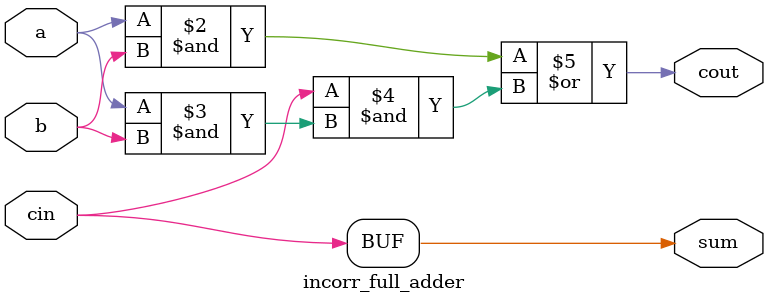
<source format=v>
module incorr_full_adder(a,b,cin,sum,cout);
input a,b,cin;
output sum,cout;
assign sum = 1'b0^cin;
assign cout = a&b|cin&(a&b); 
// initial begin
//     $display("The incorrect adder with xor0 and xor1 having out/0 and in1/0");
// end   
endmodule
</source>
